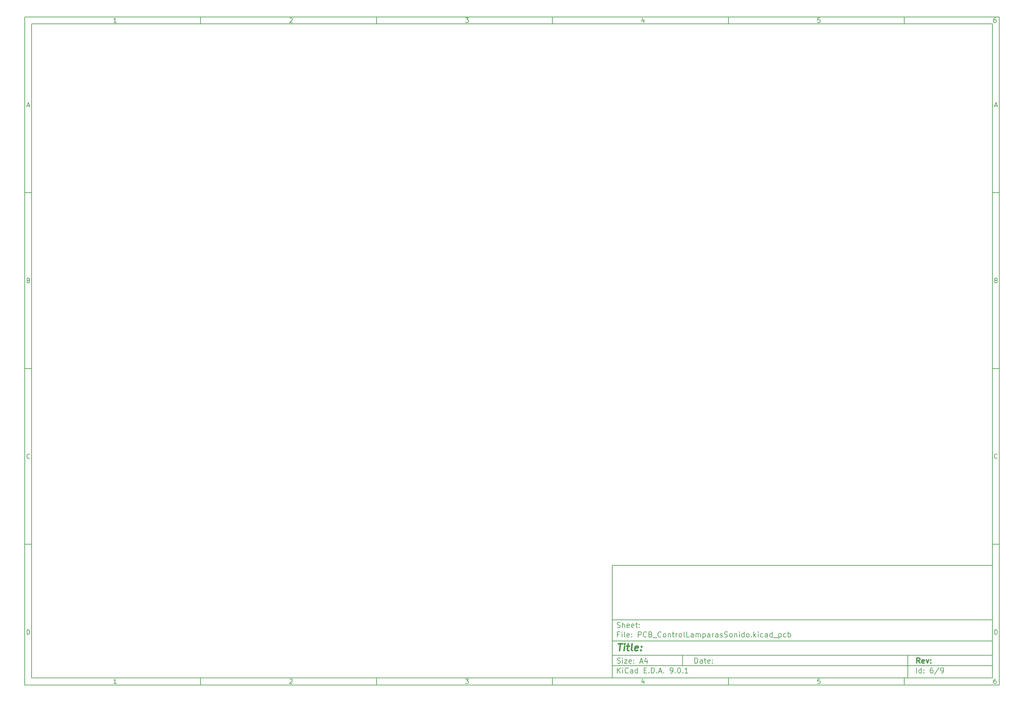
<source format=gbr>
%TF.GenerationSoftware,KiCad,Pcbnew,9.0.1*%
%TF.CreationDate,2025-04-21T16:50:23+01:00*%
%TF.ProjectId,PCB_ControlLamparasSonido,5043425f-436f-46e7-9472-6f6c4c616d70,rev?*%
%TF.SameCoordinates,Original*%
%TF.FileFunction,Legend,Bot*%
%TF.FilePolarity,Positive*%
%FSLAX46Y46*%
G04 Gerber Fmt 4.6, Leading zero omitted, Abs format (unit mm)*
G04 Created by KiCad (PCBNEW 9.0.1) date 2025-04-21 16:50:23*
%MOMM*%
%LPD*%
G01*
G04 APERTURE LIST*
%ADD10C,0.100000*%
%ADD11C,0.150000*%
%ADD12C,0.300000*%
%ADD13C,0.400000*%
G04 APERTURE END LIST*
D10*
D11*
X177002200Y-166007200D02*
X285002200Y-166007200D01*
X285002200Y-198007200D01*
X177002200Y-198007200D01*
X177002200Y-166007200D01*
D10*
D11*
X10000000Y-10000000D02*
X287002200Y-10000000D01*
X287002200Y-200007200D01*
X10000000Y-200007200D01*
X10000000Y-10000000D01*
D10*
D11*
X12000000Y-12000000D02*
X285002200Y-12000000D01*
X285002200Y-198007200D01*
X12000000Y-198007200D01*
X12000000Y-12000000D01*
D10*
D11*
X60000000Y-12000000D02*
X60000000Y-10000000D01*
D10*
D11*
X110000000Y-12000000D02*
X110000000Y-10000000D01*
D10*
D11*
X160000000Y-12000000D02*
X160000000Y-10000000D01*
D10*
D11*
X210000000Y-12000000D02*
X210000000Y-10000000D01*
D10*
D11*
X260000000Y-12000000D02*
X260000000Y-10000000D01*
D10*
D11*
X36089160Y-11593604D02*
X35346303Y-11593604D01*
X35717731Y-11593604D02*
X35717731Y-10293604D01*
X35717731Y-10293604D02*
X35593922Y-10479319D01*
X35593922Y-10479319D02*
X35470112Y-10603128D01*
X35470112Y-10603128D02*
X35346303Y-10665033D01*
D10*
D11*
X85346303Y-10417414D02*
X85408207Y-10355509D01*
X85408207Y-10355509D02*
X85532017Y-10293604D01*
X85532017Y-10293604D02*
X85841541Y-10293604D01*
X85841541Y-10293604D02*
X85965350Y-10355509D01*
X85965350Y-10355509D02*
X86027255Y-10417414D01*
X86027255Y-10417414D02*
X86089160Y-10541223D01*
X86089160Y-10541223D02*
X86089160Y-10665033D01*
X86089160Y-10665033D02*
X86027255Y-10850747D01*
X86027255Y-10850747D02*
X85284398Y-11593604D01*
X85284398Y-11593604D02*
X86089160Y-11593604D01*
D10*
D11*
X135284398Y-10293604D02*
X136089160Y-10293604D01*
X136089160Y-10293604D02*
X135655826Y-10788842D01*
X135655826Y-10788842D02*
X135841541Y-10788842D01*
X135841541Y-10788842D02*
X135965350Y-10850747D01*
X135965350Y-10850747D02*
X136027255Y-10912652D01*
X136027255Y-10912652D02*
X136089160Y-11036461D01*
X136089160Y-11036461D02*
X136089160Y-11345985D01*
X136089160Y-11345985D02*
X136027255Y-11469795D01*
X136027255Y-11469795D02*
X135965350Y-11531700D01*
X135965350Y-11531700D02*
X135841541Y-11593604D01*
X135841541Y-11593604D02*
X135470112Y-11593604D01*
X135470112Y-11593604D02*
X135346303Y-11531700D01*
X135346303Y-11531700D02*
X135284398Y-11469795D01*
D10*
D11*
X185965350Y-10726938D02*
X185965350Y-11593604D01*
X185655826Y-10231700D02*
X185346303Y-11160271D01*
X185346303Y-11160271D02*
X186151064Y-11160271D01*
D10*
D11*
X236027255Y-10293604D02*
X235408207Y-10293604D01*
X235408207Y-10293604D02*
X235346303Y-10912652D01*
X235346303Y-10912652D02*
X235408207Y-10850747D01*
X235408207Y-10850747D02*
X235532017Y-10788842D01*
X235532017Y-10788842D02*
X235841541Y-10788842D01*
X235841541Y-10788842D02*
X235965350Y-10850747D01*
X235965350Y-10850747D02*
X236027255Y-10912652D01*
X236027255Y-10912652D02*
X236089160Y-11036461D01*
X236089160Y-11036461D02*
X236089160Y-11345985D01*
X236089160Y-11345985D02*
X236027255Y-11469795D01*
X236027255Y-11469795D02*
X235965350Y-11531700D01*
X235965350Y-11531700D02*
X235841541Y-11593604D01*
X235841541Y-11593604D02*
X235532017Y-11593604D01*
X235532017Y-11593604D02*
X235408207Y-11531700D01*
X235408207Y-11531700D02*
X235346303Y-11469795D01*
D10*
D11*
X285965350Y-10293604D02*
X285717731Y-10293604D01*
X285717731Y-10293604D02*
X285593922Y-10355509D01*
X285593922Y-10355509D02*
X285532017Y-10417414D01*
X285532017Y-10417414D02*
X285408207Y-10603128D01*
X285408207Y-10603128D02*
X285346303Y-10850747D01*
X285346303Y-10850747D02*
X285346303Y-11345985D01*
X285346303Y-11345985D02*
X285408207Y-11469795D01*
X285408207Y-11469795D02*
X285470112Y-11531700D01*
X285470112Y-11531700D02*
X285593922Y-11593604D01*
X285593922Y-11593604D02*
X285841541Y-11593604D01*
X285841541Y-11593604D02*
X285965350Y-11531700D01*
X285965350Y-11531700D02*
X286027255Y-11469795D01*
X286027255Y-11469795D02*
X286089160Y-11345985D01*
X286089160Y-11345985D02*
X286089160Y-11036461D01*
X286089160Y-11036461D02*
X286027255Y-10912652D01*
X286027255Y-10912652D02*
X285965350Y-10850747D01*
X285965350Y-10850747D02*
X285841541Y-10788842D01*
X285841541Y-10788842D02*
X285593922Y-10788842D01*
X285593922Y-10788842D02*
X285470112Y-10850747D01*
X285470112Y-10850747D02*
X285408207Y-10912652D01*
X285408207Y-10912652D02*
X285346303Y-11036461D01*
D10*
D11*
X60000000Y-198007200D02*
X60000000Y-200007200D01*
D10*
D11*
X110000000Y-198007200D02*
X110000000Y-200007200D01*
D10*
D11*
X160000000Y-198007200D02*
X160000000Y-200007200D01*
D10*
D11*
X210000000Y-198007200D02*
X210000000Y-200007200D01*
D10*
D11*
X260000000Y-198007200D02*
X260000000Y-200007200D01*
D10*
D11*
X36089160Y-199600804D02*
X35346303Y-199600804D01*
X35717731Y-199600804D02*
X35717731Y-198300804D01*
X35717731Y-198300804D02*
X35593922Y-198486519D01*
X35593922Y-198486519D02*
X35470112Y-198610328D01*
X35470112Y-198610328D02*
X35346303Y-198672233D01*
D10*
D11*
X85346303Y-198424614D02*
X85408207Y-198362709D01*
X85408207Y-198362709D02*
X85532017Y-198300804D01*
X85532017Y-198300804D02*
X85841541Y-198300804D01*
X85841541Y-198300804D02*
X85965350Y-198362709D01*
X85965350Y-198362709D02*
X86027255Y-198424614D01*
X86027255Y-198424614D02*
X86089160Y-198548423D01*
X86089160Y-198548423D02*
X86089160Y-198672233D01*
X86089160Y-198672233D02*
X86027255Y-198857947D01*
X86027255Y-198857947D02*
X85284398Y-199600804D01*
X85284398Y-199600804D02*
X86089160Y-199600804D01*
D10*
D11*
X135284398Y-198300804D02*
X136089160Y-198300804D01*
X136089160Y-198300804D02*
X135655826Y-198796042D01*
X135655826Y-198796042D02*
X135841541Y-198796042D01*
X135841541Y-198796042D02*
X135965350Y-198857947D01*
X135965350Y-198857947D02*
X136027255Y-198919852D01*
X136027255Y-198919852D02*
X136089160Y-199043661D01*
X136089160Y-199043661D02*
X136089160Y-199353185D01*
X136089160Y-199353185D02*
X136027255Y-199476995D01*
X136027255Y-199476995D02*
X135965350Y-199538900D01*
X135965350Y-199538900D02*
X135841541Y-199600804D01*
X135841541Y-199600804D02*
X135470112Y-199600804D01*
X135470112Y-199600804D02*
X135346303Y-199538900D01*
X135346303Y-199538900D02*
X135284398Y-199476995D01*
D10*
D11*
X185965350Y-198734138D02*
X185965350Y-199600804D01*
X185655826Y-198238900D02*
X185346303Y-199167471D01*
X185346303Y-199167471D02*
X186151064Y-199167471D01*
D10*
D11*
X236027255Y-198300804D02*
X235408207Y-198300804D01*
X235408207Y-198300804D02*
X235346303Y-198919852D01*
X235346303Y-198919852D02*
X235408207Y-198857947D01*
X235408207Y-198857947D02*
X235532017Y-198796042D01*
X235532017Y-198796042D02*
X235841541Y-198796042D01*
X235841541Y-198796042D02*
X235965350Y-198857947D01*
X235965350Y-198857947D02*
X236027255Y-198919852D01*
X236027255Y-198919852D02*
X236089160Y-199043661D01*
X236089160Y-199043661D02*
X236089160Y-199353185D01*
X236089160Y-199353185D02*
X236027255Y-199476995D01*
X236027255Y-199476995D02*
X235965350Y-199538900D01*
X235965350Y-199538900D02*
X235841541Y-199600804D01*
X235841541Y-199600804D02*
X235532017Y-199600804D01*
X235532017Y-199600804D02*
X235408207Y-199538900D01*
X235408207Y-199538900D02*
X235346303Y-199476995D01*
D10*
D11*
X285965350Y-198300804D02*
X285717731Y-198300804D01*
X285717731Y-198300804D02*
X285593922Y-198362709D01*
X285593922Y-198362709D02*
X285532017Y-198424614D01*
X285532017Y-198424614D02*
X285408207Y-198610328D01*
X285408207Y-198610328D02*
X285346303Y-198857947D01*
X285346303Y-198857947D02*
X285346303Y-199353185D01*
X285346303Y-199353185D02*
X285408207Y-199476995D01*
X285408207Y-199476995D02*
X285470112Y-199538900D01*
X285470112Y-199538900D02*
X285593922Y-199600804D01*
X285593922Y-199600804D02*
X285841541Y-199600804D01*
X285841541Y-199600804D02*
X285965350Y-199538900D01*
X285965350Y-199538900D02*
X286027255Y-199476995D01*
X286027255Y-199476995D02*
X286089160Y-199353185D01*
X286089160Y-199353185D02*
X286089160Y-199043661D01*
X286089160Y-199043661D02*
X286027255Y-198919852D01*
X286027255Y-198919852D02*
X285965350Y-198857947D01*
X285965350Y-198857947D02*
X285841541Y-198796042D01*
X285841541Y-198796042D02*
X285593922Y-198796042D01*
X285593922Y-198796042D02*
X285470112Y-198857947D01*
X285470112Y-198857947D02*
X285408207Y-198919852D01*
X285408207Y-198919852D02*
X285346303Y-199043661D01*
D10*
D11*
X10000000Y-60000000D02*
X12000000Y-60000000D01*
D10*
D11*
X10000000Y-110000000D02*
X12000000Y-110000000D01*
D10*
D11*
X10000000Y-160000000D02*
X12000000Y-160000000D01*
D10*
D11*
X10690476Y-35222176D02*
X11309523Y-35222176D01*
X10566666Y-35593604D02*
X10999999Y-34293604D01*
X10999999Y-34293604D02*
X11433333Y-35593604D01*
D10*
D11*
X11092857Y-84912652D02*
X11278571Y-84974557D01*
X11278571Y-84974557D02*
X11340476Y-85036461D01*
X11340476Y-85036461D02*
X11402380Y-85160271D01*
X11402380Y-85160271D02*
X11402380Y-85345985D01*
X11402380Y-85345985D02*
X11340476Y-85469795D01*
X11340476Y-85469795D02*
X11278571Y-85531700D01*
X11278571Y-85531700D02*
X11154761Y-85593604D01*
X11154761Y-85593604D02*
X10659523Y-85593604D01*
X10659523Y-85593604D02*
X10659523Y-84293604D01*
X10659523Y-84293604D02*
X11092857Y-84293604D01*
X11092857Y-84293604D02*
X11216666Y-84355509D01*
X11216666Y-84355509D02*
X11278571Y-84417414D01*
X11278571Y-84417414D02*
X11340476Y-84541223D01*
X11340476Y-84541223D02*
X11340476Y-84665033D01*
X11340476Y-84665033D02*
X11278571Y-84788842D01*
X11278571Y-84788842D02*
X11216666Y-84850747D01*
X11216666Y-84850747D02*
X11092857Y-84912652D01*
X11092857Y-84912652D02*
X10659523Y-84912652D01*
D10*
D11*
X11402380Y-135469795D02*
X11340476Y-135531700D01*
X11340476Y-135531700D02*
X11154761Y-135593604D01*
X11154761Y-135593604D02*
X11030952Y-135593604D01*
X11030952Y-135593604D02*
X10845238Y-135531700D01*
X10845238Y-135531700D02*
X10721428Y-135407890D01*
X10721428Y-135407890D02*
X10659523Y-135284080D01*
X10659523Y-135284080D02*
X10597619Y-135036461D01*
X10597619Y-135036461D02*
X10597619Y-134850747D01*
X10597619Y-134850747D02*
X10659523Y-134603128D01*
X10659523Y-134603128D02*
X10721428Y-134479319D01*
X10721428Y-134479319D02*
X10845238Y-134355509D01*
X10845238Y-134355509D02*
X11030952Y-134293604D01*
X11030952Y-134293604D02*
X11154761Y-134293604D01*
X11154761Y-134293604D02*
X11340476Y-134355509D01*
X11340476Y-134355509D02*
X11402380Y-134417414D01*
D10*
D11*
X10659523Y-185593604D02*
X10659523Y-184293604D01*
X10659523Y-184293604D02*
X10969047Y-184293604D01*
X10969047Y-184293604D02*
X11154761Y-184355509D01*
X11154761Y-184355509D02*
X11278571Y-184479319D01*
X11278571Y-184479319D02*
X11340476Y-184603128D01*
X11340476Y-184603128D02*
X11402380Y-184850747D01*
X11402380Y-184850747D02*
X11402380Y-185036461D01*
X11402380Y-185036461D02*
X11340476Y-185284080D01*
X11340476Y-185284080D02*
X11278571Y-185407890D01*
X11278571Y-185407890D02*
X11154761Y-185531700D01*
X11154761Y-185531700D02*
X10969047Y-185593604D01*
X10969047Y-185593604D02*
X10659523Y-185593604D01*
D10*
D11*
X287002200Y-60000000D02*
X285002200Y-60000000D01*
D10*
D11*
X287002200Y-110000000D02*
X285002200Y-110000000D01*
D10*
D11*
X287002200Y-160000000D02*
X285002200Y-160000000D01*
D10*
D11*
X285692676Y-35222176D02*
X286311723Y-35222176D01*
X285568866Y-35593604D02*
X286002199Y-34293604D01*
X286002199Y-34293604D02*
X286435533Y-35593604D01*
D10*
D11*
X286095057Y-84912652D02*
X286280771Y-84974557D01*
X286280771Y-84974557D02*
X286342676Y-85036461D01*
X286342676Y-85036461D02*
X286404580Y-85160271D01*
X286404580Y-85160271D02*
X286404580Y-85345985D01*
X286404580Y-85345985D02*
X286342676Y-85469795D01*
X286342676Y-85469795D02*
X286280771Y-85531700D01*
X286280771Y-85531700D02*
X286156961Y-85593604D01*
X286156961Y-85593604D02*
X285661723Y-85593604D01*
X285661723Y-85593604D02*
X285661723Y-84293604D01*
X285661723Y-84293604D02*
X286095057Y-84293604D01*
X286095057Y-84293604D02*
X286218866Y-84355509D01*
X286218866Y-84355509D02*
X286280771Y-84417414D01*
X286280771Y-84417414D02*
X286342676Y-84541223D01*
X286342676Y-84541223D02*
X286342676Y-84665033D01*
X286342676Y-84665033D02*
X286280771Y-84788842D01*
X286280771Y-84788842D02*
X286218866Y-84850747D01*
X286218866Y-84850747D02*
X286095057Y-84912652D01*
X286095057Y-84912652D02*
X285661723Y-84912652D01*
D10*
D11*
X286404580Y-135469795D02*
X286342676Y-135531700D01*
X286342676Y-135531700D02*
X286156961Y-135593604D01*
X286156961Y-135593604D02*
X286033152Y-135593604D01*
X286033152Y-135593604D02*
X285847438Y-135531700D01*
X285847438Y-135531700D02*
X285723628Y-135407890D01*
X285723628Y-135407890D02*
X285661723Y-135284080D01*
X285661723Y-135284080D02*
X285599819Y-135036461D01*
X285599819Y-135036461D02*
X285599819Y-134850747D01*
X285599819Y-134850747D02*
X285661723Y-134603128D01*
X285661723Y-134603128D02*
X285723628Y-134479319D01*
X285723628Y-134479319D02*
X285847438Y-134355509D01*
X285847438Y-134355509D02*
X286033152Y-134293604D01*
X286033152Y-134293604D02*
X286156961Y-134293604D01*
X286156961Y-134293604D02*
X286342676Y-134355509D01*
X286342676Y-134355509D02*
X286404580Y-134417414D01*
D10*
D11*
X285661723Y-185593604D02*
X285661723Y-184293604D01*
X285661723Y-184293604D02*
X285971247Y-184293604D01*
X285971247Y-184293604D02*
X286156961Y-184355509D01*
X286156961Y-184355509D02*
X286280771Y-184479319D01*
X286280771Y-184479319D02*
X286342676Y-184603128D01*
X286342676Y-184603128D02*
X286404580Y-184850747D01*
X286404580Y-184850747D02*
X286404580Y-185036461D01*
X286404580Y-185036461D02*
X286342676Y-185284080D01*
X286342676Y-185284080D02*
X286280771Y-185407890D01*
X286280771Y-185407890D02*
X286156961Y-185531700D01*
X286156961Y-185531700D02*
X285971247Y-185593604D01*
X285971247Y-185593604D02*
X285661723Y-185593604D01*
D10*
D11*
X200458026Y-193793328D02*
X200458026Y-192293328D01*
X200458026Y-192293328D02*
X200815169Y-192293328D01*
X200815169Y-192293328D02*
X201029455Y-192364757D01*
X201029455Y-192364757D02*
X201172312Y-192507614D01*
X201172312Y-192507614D02*
X201243741Y-192650471D01*
X201243741Y-192650471D02*
X201315169Y-192936185D01*
X201315169Y-192936185D02*
X201315169Y-193150471D01*
X201315169Y-193150471D02*
X201243741Y-193436185D01*
X201243741Y-193436185D02*
X201172312Y-193579042D01*
X201172312Y-193579042D02*
X201029455Y-193721900D01*
X201029455Y-193721900D02*
X200815169Y-193793328D01*
X200815169Y-193793328D02*
X200458026Y-193793328D01*
X202600884Y-193793328D02*
X202600884Y-193007614D01*
X202600884Y-193007614D02*
X202529455Y-192864757D01*
X202529455Y-192864757D02*
X202386598Y-192793328D01*
X202386598Y-192793328D02*
X202100884Y-192793328D01*
X202100884Y-192793328D02*
X201958026Y-192864757D01*
X202600884Y-193721900D02*
X202458026Y-193793328D01*
X202458026Y-193793328D02*
X202100884Y-193793328D01*
X202100884Y-193793328D02*
X201958026Y-193721900D01*
X201958026Y-193721900D02*
X201886598Y-193579042D01*
X201886598Y-193579042D02*
X201886598Y-193436185D01*
X201886598Y-193436185D02*
X201958026Y-193293328D01*
X201958026Y-193293328D02*
X202100884Y-193221900D01*
X202100884Y-193221900D02*
X202458026Y-193221900D01*
X202458026Y-193221900D02*
X202600884Y-193150471D01*
X203100884Y-192793328D02*
X203672312Y-192793328D01*
X203315169Y-192293328D02*
X203315169Y-193579042D01*
X203315169Y-193579042D02*
X203386598Y-193721900D01*
X203386598Y-193721900D02*
X203529455Y-193793328D01*
X203529455Y-193793328D02*
X203672312Y-193793328D01*
X204743741Y-193721900D02*
X204600884Y-193793328D01*
X204600884Y-193793328D02*
X204315170Y-193793328D01*
X204315170Y-193793328D02*
X204172312Y-193721900D01*
X204172312Y-193721900D02*
X204100884Y-193579042D01*
X204100884Y-193579042D02*
X204100884Y-193007614D01*
X204100884Y-193007614D02*
X204172312Y-192864757D01*
X204172312Y-192864757D02*
X204315170Y-192793328D01*
X204315170Y-192793328D02*
X204600884Y-192793328D01*
X204600884Y-192793328D02*
X204743741Y-192864757D01*
X204743741Y-192864757D02*
X204815170Y-193007614D01*
X204815170Y-193007614D02*
X204815170Y-193150471D01*
X204815170Y-193150471D02*
X204100884Y-193293328D01*
X205458026Y-193650471D02*
X205529455Y-193721900D01*
X205529455Y-193721900D02*
X205458026Y-193793328D01*
X205458026Y-193793328D02*
X205386598Y-193721900D01*
X205386598Y-193721900D02*
X205458026Y-193650471D01*
X205458026Y-193650471D02*
X205458026Y-193793328D01*
X205458026Y-192864757D02*
X205529455Y-192936185D01*
X205529455Y-192936185D02*
X205458026Y-193007614D01*
X205458026Y-193007614D02*
X205386598Y-192936185D01*
X205386598Y-192936185D02*
X205458026Y-192864757D01*
X205458026Y-192864757D02*
X205458026Y-193007614D01*
D10*
D11*
X177002200Y-194507200D02*
X285002200Y-194507200D01*
D10*
D11*
X178458026Y-196593328D02*
X178458026Y-195093328D01*
X179315169Y-196593328D02*
X178672312Y-195736185D01*
X179315169Y-195093328D02*
X178458026Y-195950471D01*
X179958026Y-196593328D02*
X179958026Y-195593328D01*
X179958026Y-195093328D02*
X179886598Y-195164757D01*
X179886598Y-195164757D02*
X179958026Y-195236185D01*
X179958026Y-195236185D02*
X180029455Y-195164757D01*
X180029455Y-195164757D02*
X179958026Y-195093328D01*
X179958026Y-195093328D02*
X179958026Y-195236185D01*
X181529455Y-196450471D02*
X181458027Y-196521900D01*
X181458027Y-196521900D02*
X181243741Y-196593328D01*
X181243741Y-196593328D02*
X181100884Y-196593328D01*
X181100884Y-196593328D02*
X180886598Y-196521900D01*
X180886598Y-196521900D02*
X180743741Y-196379042D01*
X180743741Y-196379042D02*
X180672312Y-196236185D01*
X180672312Y-196236185D02*
X180600884Y-195950471D01*
X180600884Y-195950471D02*
X180600884Y-195736185D01*
X180600884Y-195736185D02*
X180672312Y-195450471D01*
X180672312Y-195450471D02*
X180743741Y-195307614D01*
X180743741Y-195307614D02*
X180886598Y-195164757D01*
X180886598Y-195164757D02*
X181100884Y-195093328D01*
X181100884Y-195093328D02*
X181243741Y-195093328D01*
X181243741Y-195093328D02*
X181458027Y-195164757D01*
X181458027Y-195164757D02*
X181529455Y-195236185D01*
X182815170Y-196593328D02*
X182815170Y-195807614D01*
X182815170Y-195807614D02*
X182743741Y-195664757D01*
X182743741Y-195664757D02*
X182600884Y-195593328D01*
X182600884Y-195593328D02*
X182315170Y-195593328D01*
X182315170Y-195593328D02*
X182172312Y-195664757D01*
X182815170Y-196521900D02*
X182672312Y-196593328D01*
X182672312Y-196593328D02*
X182315170Y-196593328D01*
X182315170Y-196593328D02*
X182172312Y-196521900D01*
X182172312Y-196521900D02*
X182100884Y-196379042D01*
X182100884Y-196379042D02*
X182100884Y-196236185D01*
X182100884Y-196236185D02*
X182172312Y-196093328D01*
X182172312Y-196093328D02*
X182315170Y-196021900D01*
X182315170Y-196021900D02*
X182672312Y-196021900D01*
X182672312Y-196021900D02*
X182815170Y-195950471D01*
X184172313Y-196593328D02*
X184172313Y-195093328D01*
X184172313Y-196521900D02*
X184029455Y-196593328D01*
X184029455Y-196593328D02*
X183743741Y-196593328D01*
X183743741Y-196593328D02*
X183600884Y-196521900D01*
X183600884Y-196521900D02*
X183529455Y-196450471D01*
X183529455Y-196450471D02*
X183458027Y-196307614D01*
X183458027Y-196307614D02*
X183458027Y-195879042D01*
X183458027Y-195879042D02*
X183529455Y-195736185D01*
X183529455Y-195736185D02*
X183600884Y-195664757D01*
X183600884Y-195664757D02*
X183743741Y-195593328D01*
X183743741Y-195593328D02*
X184029455Y-195593328D01*
X184029455Y-195593328D02*
X184172313Y-195664757D01*
X186029455Y-195807614D02*
X186529455Y-195807614D01*
X186743741Y-196593328D02*
X186029455Y-196593328D01*
X186029455Y-196593328D02*
X186029455Y-195093328D01*
X186029455Y-195093328D02*
X186743741Y-195093328D01*
X187386598Y-196450471D02*
X187458027Y-196521900D01*
X187458027Y-196521900D02*
X187386598Y-196593328D01*
X187386598Y-196593328D02*
X187315170Y-196521900D01*
X187315170Y-196521900D02*
X187386598Y-196450471D01*
X187386598Y-196450471D02*
X187386598Y-196593328D01*
X188100884Y-196593328D02*
X188100884Y-195093328D01*
X188100884Y-195093328D02*
X188458027Y-195093328D01*
X188458027Y-195093328D02*
X188672313Y-195164757D01*
X188672313Y-195164757D02*
X188815170Y-195307614D01*
X188815170Y-195307614D02*
X188886599Y-195450471D01*
X188886599Y-195450471D02*
X188958027Y-195736185D01*
X188958027Y-195736185D02*
X188958027Y-195950471D01*
X188958027Y-195950471D02*
X188886599Y-196236185D01*
X188886599Y-196236185D02*
X188815170Y-196379042D01*
X188815170Y-196379042D02*
X188672313Y-196521900D01*
X188672313Y-196521900D02*
X188458027Y-196593328D01*
X188458027Y-196593328D02*
X188100884Y-196593328D01*
X189600884Y-196450471D02*
X189672313Y-196521900D01*
X189672313Y-196521900D02*
X189600884Y-196593328D01*
X189600884Y-196593328D02*
X189529456Y-196521900D01*
X189529456Y-196521900D02*
X189600884Y-196450471D01*
X189600884Y-196450471D02*
X189600884Y-196593328D01*
X190243742Y-196164757D02*
X190958028Y-196164757D01*
X190100885Y-196593328D02*
X190600885Y-195093328D01*
X190600885Y-195093328D02*
X191100885Y-196593328D01*
X191600884Y-196450471D02*
X191672313Y-196521900D01*
X191672313Y-196521900D02*
X191600884Y-196593328D01*
X191600884Y-196593328D02*
X191529456Y-196521900D01*
X191529456Y-196521900D02*
X191600884Y-196450471D01*
X191600884Y-196450471D02*
X191600884Y-196593328D01*
X193529456Y-196593328D02*
X193815170Y-196593328D01*
X193815170Y-196593328D02*
X193958027Y-196521900D01*
X193958027Y-196521900D02*
X194029456Y-196450471D01*
X194029456Y-196450471D02*
X194172313Y-196236185D01*
X194172313Y-196236185D02*
X194243742Y-195950471D01*
X194243742Y-195950471D02*
X194243742Y-195379042D01*
X194243742Y-195379042D02*
X194172313Y-195236185D01*
X194172313Y-195236185D02*
X194100885Y-195164757D01*
X194100885Y-195164757D02*
X193958027Y-195093328D01*
X193958027Y-195093328D02*
X193672313Y-195093328D01*
X193672313Y-195093328D02*
X193529456Y-195164757D01*
X193529456Y-195164757D02*
X193458027Y-195236185D01*
X193458027Y-195236185D02*
X193386599Y-195379042D01*
X193386599Y-195379042D02*
X193386599Y-195736185D01*
X193386599Y-195736185D02*
X193458027Y-195879042D01*
X193458027Y-195879042D02*
X193529456Y-195950471D01*
X193529456Y-195950471D02*
X193672313Y-196021900D01*
X193672313Y-196021900D02*
X193958027Y-196021900D01*
X193958027Y-196021900D02*
X194100885Y-195950471D01*
X194100885Y-195950471D02*
X194172313Y-195879042D01*
X194172313Y-195879042D02*
X194243742Y-195736185D01*
X194886598Y-196450471D02*
X194958027Y-196521900D01*
X194958027Y-196521900D02*
X194886598Y-196593328D01*
X194886598Y-196593328D02*
X194815170Y-196521900D01*
X194815170Y-196521900D02*
X194886598Y-196450471D01*
X194886598Y-196450471D02*
X194886598Y-196593328D01*
X195886599Y-195093328D02*
X196029456Y-195093328D01*
X196029456Y-195093328D02*
X196172313Y-195164757D01*
X196172313Y-195164757D02*
X196243742Y-195236185D01*
X196243742Y-195236185D02*
X196315170Y-195379042D01*
X196315170Y-195379042D02*
X196386599Y-195664757D01*
X196386599Y-195664757D02*
X196386599Y-196021900D01*
X196386599Y-196021900D02*
X196315170Y-196307614D01*
X196315170Y-196307614D02*
X196243742Y-196450471D01*
X196243742Y-196450471D02*
X196172313Y-196521900D01*
X196172313Y-196521900D02*
X196029456Y-196593328D01*
X196029456Y-196593328D02*
X195886599Y-196593328D01*
X195886599Y-196593328D02*
X195743742Y-196521900D01*
X195743742Y-196521900D02*
X195672313Y-196450471D01*
X195672313Y-196450471D02*
X195600884Y-196307614D01*
X195600884Y-196307614D02*
X195529456Y-196021900D01*
X195529456Y-196021900D02*
X195529456Y-195664757D01*
X195529456Y-195664757D02*
X195600884Y-195379042D01*
X195600884Y-195379042D02*
X195672313Y-195236185D01*
X195672313Y-195236185D02*
X195743742Y-195164757D01*
X195743742Y-195164757D02*
X195886599Y-195093328D01*
X197029455Y-196450471D02*
X197100884Y-196521900D01*
X197100884Y-196521900D02*
X197029455Y-196593328D01*
X197029455Y-196593328D02*
X196958027Y-196521900D01*
X196958027Y-196521900D02*
X197029455Y-196450471D01*
X197029455Y-196450471D02*
X197029455Y-196593328D01*
X198529456Y-196593328D02*
X197672313Y-196593328D01*
X198100884Y-196593328D02*
X198100884Y-195093328D01*
X198100884Y-195093328D02*
X197958027Y-195307614D01*
X197958027Y-195307614D02*
X197815170Y-195450471D01*
X197815170Y-195450471D02*
X197672313Y-195521900D01*
D10*
D11*
X177002200Y-191507200D02*
X285002200Y-191507200D01*
D10*
D12*
X264413853Y-193785528D02*
X263913853Y-193071242D01*
X263556710Y-193785528D02*
X263556710Y-192285528D01*
X263556710Y-192285528D02*
X264128139Y-192285528D01*
X264128139Y-192285528D02*
X264270996Y-192356957D01*
X264270996Y-192356957D02*
X264342425Y-192428385D01*
X264342425Y-192428385D02*
X264413853Y-192571242D01*
X264413853Y-192571242D02*
X264413853Y-192785528D01*
X264413853Y-192785528D02*
X264342425Y-192928385D01*
X264342425Y-192928385D02*
X264270996Y-192999814D01*
X264270996Y-192999814D02*
X264128139Y-193071242D01*
X264128139Y-193071242D02*
X263556710Y-193071242D01*
X265628139Y-193714100D02*
X265485282Y-193785528D01*
X265485282Y-193785528D02*
X265199568Y-193785528D01*
X265199568Y-193785528D02*
X265056710Y-193714100D01*
X265056710Y-193714100D02*
X264985282Y-193571242D01*
X264985282Y-193571242D02*
X264985282Y-192999814D01*
X264985282Y-192999814D02*
X265056710Y-192856957D01*
X265056710Y-192856957D02*
X265199568Y-192785528D01*
X265199568Y-192785528D02*
X265485282Y-192785528D01*
X265485282Y-192785528D02*
X265628139Y-192856957D01*
X265628139Y-192856957D02*
X265699568Y-192999814D01*
X265699568Y-192999814D02*
X265699568Y-193142671D01*
X265699568Y-193142671D02*
X264985282Y-193285528D01*
X266199567Y-192785528D02*
X266556710Y-193785528D01*
X266556710Y-193785528D02*
X266913853Y-192785528D01*
X267485281Y-193642671D02*
X267556710Y-193714100D01*
X267556710Y-193714100D02*
X267485281Y-193785528D01*
X267485281Y-193785528D02*
X267413853Y-193714100D01*
X267413853Y-193714100D02*
X267485281Y-193642671D01*
X267485281Y-193642671D02*
X267485281Y-193785528D01*
X267485281Y-192856957D02*
X267556710Y-192928385D01*
X267556710Y-192928385D02*
X267485281Y-192999814D01*
X267485281Y-192999814D02*
X267413853Y-192928385D01*
X267413853Y-192928385D02*
X267485281Y-192856957D01*
X267485281Y-192856957D02*
X267485281Y-192999814D01*
D10*
D11*
X178386598Y-193721900D02*
X178600884Y-193793328D01*
X178600884Y-193793328D02*
X178958026Y-193793328D01*
X178958026Y-193793328D02*
X179100884Y-193721900D01*
X179100884Y-193721900D02*
X179172312Y-193650471D01*
X179172312Y-193650471D02*
X179243741Y-193507614D01*
X179243741Y-193507614D02*
X179243741Y-193364757D01*
X179243741Y-193364757D02*
X179172312Y-193221900D01*
X179172312Y-193221900D02*
X179100884Y-193150471D01*
X179100884Y-193150471D02*
X178958026Y-193079042D01*
X178958026Y-193079042D02*
X178672312Y-193007614D01*
X178672312Y-193007614D02*
X178529455Y-192936185D01*
X178529455Y-192936185D02*
X178458026Y-192864757D01*
X178458026Y-192864757D02*
X178386598Y-192721900D01*
X178386598Y-192721900D02*
X178386598Y-192579042D01*
X178386598Y-192579042D02*
X178458026Y-192436185D01*
X178458026Y-192436185D02*
X178529455Y-192364757D01*
X178529455Y-192364757D02*
X178672312Y-192293328D01*
X178672312Y-192293328D02*
X179029455Y-192293328D01*
X179029455Y-192293328D02*
X179243741Y-192364757D01*
X179886597Y-193793328D02*
X179886597Y-192793328D01*
X179886597Y-192293328D02*
X179815169Y-192364757D01*
X179815169Y-192364757D02*
X179886597Y-192436185D01*
X179886597Y-192436185D02*
X179958026Y-192364757D01*
X179958026Y-192364757D02*
X179886597Y-192293328D01*
X179886597Y-192293328D02*
X179886597Y-192436185D01*
X180458026Y-192793328D02*
X181243741Y-192793328D01*
X181243741Y-192793328D02*
X180458026Y-193793328D01*
X180458026Y-193793328D02*
X181243741Y-193793328D01*
X182386598Y-193721900D02*
X182243741Y-193793328D01*
X182243741Y-193793328D02*
X181958027Y-193793328D01*
X181958027Y-193793328D02*
X181815169Y-193721900D01*
X181815169Y-193721900D02*
X181743741Y-193579042D01*
X181743741Y-193579042D02*
X181743741Y-193007614D01*
X181743741Y-193007614D02*
X181815169Y-192864757D01*
X181815169Y-192864757D02*
X181958027Y-192793328D01*
X181958027Y-192793328D02*
X182243741Y-192793328D01*
X182243741Y-192793328D02*
X182386598Y-192864757D01*
X182386598Y-192864757D02*
X182458027Y-193007614D01*
X182458027Y-193007614D02*
X182458027Y-193150471D01*
X182458027Y-193150471D02*
X181743741Y-193293328D01*
X183100883Y-193650471D02*
X183172312Y-193721900D01*
X183172312Y-193721900D02*
X183100883Y-193793328D01*
X183100883Y-193793328D02*
X183029455Y-193721900D01*
X183029455Y-193721900D02*
X183100883Y-193650471D01*
X183100883Y-193650471D02*
X183100883Y-193793328D01*
X183100883Y-192864757D02*
X183172312Y-192936185D01*
X183172312Y-192936185D02*
X183100883Y-193007614D01*
X183100883Y-193007614D02*
X183029455Y-192936185D01*
X183029455Y-192936185D02*
X183100883Y-192864757D01*
X183100883Y-192864757D02*
X183100883Y-193007614D01*
X184886598Y-193364757D02*
X185600884Y-193364757D01*
X184743741Y-193793328D02*
X185243741Y-192293328D01*
X185243741Y-192293328D02*
X185743741Y-193793328D01*
X186886598Y-192793328D02*
X186886598Y-193793328D01*
X186529455Y-192221900D02*
X186172312Y-193293328D01*
X186172312Y-193293328D02*
X187100883Y-193293328D01*
D10*
D11*
X263458026Y-196593328D02*
X263458026Y-195093328D01*
X264815170Y-196593328D02*
X264815170Y-195093328D01*
X264815170Y-196521900D02*
X264672312Y-196593328D01*
X264672312Y-196593328D02*
X264386598Y-196593328D01*
X264386598Y-196593328D02*
X264243741Y-196521900D01*
X264243741Y-196521900D02*
X264172312Y-196450471D01*
X264172312Y-196450471D02*
X264100884Y-196307614D01*
X264100884Y-196307614D02*
X264100884Y-195879042D01*
X264100884Y-195879042D02*
X264172312Y-195736185D01*
X264172312Y-195736185D02*
X264243741Y-195664757D01*
X264243741Y-195664757D02*
X264386598Y-195593328D01*
X264386598Y-195593328D02*
X264672312Y-195593328D01*
X264672312Y-195593328D02*
X264815170Y-195664757D01*
X265529455Y-196450471D02*
X265600884Y-196521900D01*
X265600884Y-196521900D02*
X265529455Y-196593328D01*
X265529455Y-196593328D02*
X265458027Y-196521900D01*
X265458027Y-196521900D02*
X265529455Y-196450471D01*
X265529455Y-196450471D02*
X265529455Y-196593328D01*
X265529455Y-195664757D02*
X265600884Y-195736185D01*
X265600884Y-195736185D02*
X265529455Y-195807614D01*
X265529455Y-195807614D02*
X265458027Y-195736185D01*
X265458027Y-195736185D02*
X265529455Y-195664757D01*
X265529455Y-195664757D02*
X265529455Y-195807614D01*
X268029456Y-195093328D02*
X267743741Y-195093328D01*
X267743741Y-195093328D02*
X267600884Y-195164757D01*
X267600884Y-195164757D02*
X267529456Y-195236185D01*
X267529456Y-195236185D02*
X267386598Y-195450471D01*
X267386598Y-195450471D02*
X267315170Y-195736185D01*
X267315170Y-195736185D02*
X267315170Y-196307614D01*
X267315170Y-196307614D02*
X267386598Y-196450471D01*
X267386598Y-196450471D02*
X267458027Y-196521900D01*
X267458027Y-196521900D02*
X267600884Y-196593328D01*
X267600884Y-196593328D02*
X267886598Y-196593328D01*
X267886598Y-196593328D02*
X268029456Y-196521900D01*
X268029456Y-196521900D02*
X268100884Y-196450471D01*
X268100884Y-196450471D02*
X268172313Y-196307614D01*
X268172313Y-196307614D02*
X268172313Y-195950471D01*
X268172313Y-195950471D02*
X268100884Y-195807614D01*
X268100884Y-195807614D02*
X268029456Y-195736185D01*
X268029456Y-195736185D02*
X267886598Y-195664757D01*
X267886598Y-195664757D02*
X267600884Y-195664757D01*
X267600884Y-195664757D02*
X267458027Y-195736185D01*
X267458027Y-195736185D02*
X267386598Y-195807614D01*
X267386598Y-195807614D02*
X267315170Y-195950471D01*
X269886598Y-195021900D02*
X268600884Y-196950471D01*
X270458027Y-196593328D02*
X270743741Y-196593328D01*
X270743741Y-196593328D02*
X270886598Y-196521900D01*
X270886598Y-196521900D02*
X270958027Y-196450471D01*
X270958027Y-196450471D02*
X271100884Y-196236185D01*
X271100884Y-196236185D02*
X271172313Y-195950471D01*
X271172313Y-195950471D02*
X271172313Y-195379042D01*
X271172313Y-195379042D02*
X271100884Y-195236185D01*
X271100884Y-195236185D02*
X271029456Y-195164757D01*
X271029456Y-195164757D02*
X270886598Y-195093328D01*
X270886598Y-195093328D02*
X270600884Y-195093328D01*
X270600884Y-195093328D02*
X270458027Y-195164757D01*
X270458027Y-195164757D02*
X270386598Y-195236185D01*
X270386598Y-195236185D02*
X270315170Y-195379042D01*
X270315170Y-195379042D02*
X270315170Y-195736185D01*
X270315170Y-195736185D02*
X270386598Y-195879042D01*
X270386598Y-195879042D02*
X270458027Y-195950471D01*
X270458027Y-195950471D02*
X270600884Y-196021900D01*
X270600884Y-196021900D02*
X270886598Y-196021900D01*
X270886598Y-196021900D02*
X271029456Y-195950471D01*
X271029456Y-195950471D02*
X271100884Y-195879042D01*
X271100884Y-195879042D02*
X271172313Y-195736185D01*
D10*
D11*
X177002200Y-187507200D02*
X285002200Y-187507200D01*
D10*
D13*
X178693928Y-188211638D02*
X179836785Y-188211638D01*
X179015357Y-190211638D02*
X179265357Y-188211638D01*
X180253452Y-190211638D02*
X180420119Y-188878304D01*
X180503452Y-188211638D02*
X180396309Y-188306876D01*
X180396309Y-188306876D02*
X180479643Y-188402114D01*
X180479643Y-188402114D02*
X180586786Y-188306876D01*
X180586786Y-188306876D02*
X180503452Y-188211638D01*
X180503452Y-188211638D02*
X180479643Y-188402114D01*
X181086786Y-188878304D02*
X181848690Y-188878304D01*
X181455833Y-188211638D02*
X181241548Y-189925923D01*
X181241548Y-189925923D02*
X181312976Y-190116400D01*
X181312976Y-190116400D02*
X181491548Y-190211638D01*
X181491548Y-190211638D02*
X181682024Y-190211638D01*
X182634405Y-190211638D02*
X182455833Y-190116400D01*
X182455833Y-190116400D02*
X182384405Y-189925923D01*
X182384405Y-189925923D02*
X182598690Y-188211638D01*
X184170119Y-190116400D02*
X183967738Y-190211638D01*
X183967738Y-190211638D02*
X183586785Y-190211638D01*
X183586785Y-190211638D02*
X183408214Y-190116400D01*
X183408214Y-190116400D02*
X183336785Y-189925923D01*
X183336785Y-189925923D02*
X183432024Y-189164019D01*
X183432024Y-189164019D02*
X183551071Y-188973542D01*
X183551071Y-188973542D02*
X183753452Y-188878304D01*
X183753452Y-188878304D02*
X184134404Y-188878304D01*
X184134404Y-188878304D02*
X184312976Y-188973542D01*
X184312976Y-188973542D02*
X184384404Y-189164019D01*
X184384404Y-189164019D02*
X184360595Y-189354495D01*
X184360595Y-189354495D02*
X183384404Y-189544971D01*
X185134405Y-190021161D02*
X185217738Y-190116400D01*
X185217738Y-190116400D02*
X185110595Y-190211638D01*
X185110595Y-190211638D02*
X185027262Y-190116400D01*
X185027262Y-190116400D02*
X185134405Y-190021161D01*
X185134405Y-190021161D02*
X185110595Y-190211638D01*
X185265357Y-188973542D02*
X185348690Y-189068780D01*
X185348690Y-189068780D02*
X185241548Y-189164019D01*
X185241548Y-189164019D02*
X185158214Y-189068780D01*
X185158214Y-189068780D02*
X185265357Y-188973542D01*
X185265357Y-188973542D02*
X185241548Y-189164019D01*
D10*
D11*
X178958026Y-185607614D02*
X178458026Y-185607614D01*
X178458026Y-186393328D02*
X178458026Y-184893328D01*
X178458026Y-184893328D02*
X179172312Y-184893328D01*
X179743740Y-186393328D02*
X179743740Y-185393328D01*
X179743740Y-184893328D02*
X179672312Y-184964757D01*
X179672312Y-184964757D02*
X179743740Y-185036185D01*
X179743740Y-185036185D02*
X179815169Y-184964757D01*
X179815169Y-184964757D02*
X179743740Y-184893328D01*
X179743740Y-184893328D02*
X179743740Y-185036185D01*
X180672312Y-186393328D02*
X180529455Y-186321900D01*
X180529455Y-186321900D02*
X180458026Y-186179042D01*
X180458026Y-186179042D02*
X180458026Y-184893328D01*
X181815169Y-186321900D02*
X181672312Y-186393328D01*
X181672312Y-186393328D02*
X181386598Y-186393328D01*
X181386598Y-186393328D02*
X181243740Y-186321900D01*
X181243740Y-186321900D02*
X181172312Y-186179042D01*
X181172312Y-186179042D02*
X181172312Y-185607614D01*
X181172312Y-185607614D02*
X181243740Y-185464757D01*
X181243740Y-185464757D02*
X181386598Y-185393328D01*
X181386598Y-185393328D02*
X181672312Y-185393328D01*
X181672312Y-185393328D02*
X181815169Y-185464757D01*
X181815169Y-185464757D02*
X181886598Y-185607614D01*
X181886598Y-185607614D02*
X181886598Y-185750471D01*
X181886598Y-185750471D02*
X181172312Y-185893328D01*
X182529454Y-186250471D02*
X182600883Y-186321900D01*
X182600883Y-186321900D02*
X182529454Y-186393328D01*
X182529454Y-186393328D02*
X182458026Y-186321900D01*
X182458026Y-186321900D02*
X182529454Y-186250471D01*
X182529454Y-186250471D02*
X182529454Y-186393328D01*
X182529454Y-185464757D02*
X182600883Y-185536185D01*
X182600883Y-185536185D02*
X182529454Y-185607614D01*
X182529454Y-185607614D02*
X182458026Y-185536185D01*
X182458026Y-185536185D02*
X182529454Y-185464757D01*
X182529454Y-185464757D02*
X182529454Y-185607614D01*
X184386597Y-186393328D02*
X184386597Y-184893328D01*
X184386597Y-184893328D02*
X184958026Y-184893328D01*
X184958026Y-184893328D02*
X185100883Y-184964757D01*
X185100883Y-184964757D02*
X185172312Y-185036185D01*
X185172312Y-185036185D02*
X185243740Y-185179042D01*
X185243740Y-185179042D02*
X185243740Y-185393328D01*
X185243740Y-185393328D02*
X185172312Y-185536185D01*
X185172312Y-185536185D02*
X185100883Y-185607614D01*
X185100883Y-185607614D02*
X184958026Y-185679042D01*
X184958026Y-185679042D02*
X184386597Y-185679042D01*
X186743740Y-186250471D02*
X186672312Y-186321900D01*
X186672312Y-186321900D02*
X186458026Y-186393328D01*
X186458026Y-186393328D02*
X186315169Y-186393328D01*
X186315169Y-186393328D02*
X186100883Y-186321900D01*
X186100883Y-186321900D02*
X185958026Y-186179042D01*
X185958026Y-186179042D02*
X185886597Y-186036185D01*
X185886597Y-186036185D02*
X185815169Y-185750471D01*
X185815169Y-185750471D02*
X185815169Y-185536185D01*
X185815169Y-185536185D02*
X185886597Y-185250471D01*
X185886597Y-185250471D02*
X185958026Y-185107614D01*
X185958026Y-185107614D02*
X186100883Y-184964757D01*
X186100883Y-184964757D02*
X186315169Y-184893328D01*
X186315169Y-184893328D02*
X186458026Y-184893328D01*
X186458026Y-184893328D02*
X186672312Y-184964757D01*
X186672312Y-184964757D02*
X186743740Y-185036185D01*
X187886597Y-185607614D02*
X188100883Y-185679042D01*
X188100883Y-185679042D02*
X188172312Y-185750471D01*
X188172312Y-185750471D02*
X188243740Y-185893328D01*
X188243740Y-185893328D02*
X188243740Y-186107614D01*
X188243740Y-186107614D02*
X188172312Y-186250471D01*
X188172312Y-186250471D02*
X188100883Y-186321900D01*
X188100883Y-186321900D02*
X187958026Y-186393328D01*
X187958026Y-186393328D02*
X187386597Y-186393328D01*
X187386597Y-186393328D02*
X187386597Y-184893328D01*
X187386597Y-184893328D02*
X187886597Y-184893328D01*
X187886597Y-184893328D02*
X188029455Y-184964757D01*
X188029455Y-184964757D02*
X188100883Y-185036185D01*
X188100883Y-185036185D02*
X188172312Y-185179042D01*
X188172312Y-185179042D02*
X188172312Y-185321900D01*
X188172312Y-185321900D02*
X188100883Y-185464757D01*
X188100883Y-185464757D02*
X188029455Y-185536185D01*
X188029455Y-185536185D02*
X187886597Y-185607614D01*
X187886597Y-185607614D02*
X187386597Y-185607614D01*
X188529455Y-186536185D02*
X189672312Y-186536185D01*
X190886597Y-186250471D02*
X190815169Y-186321900D01*
X190815169Y-186321900D02*
X190600883Y-186393328D01*
X190600883Y-186393328D02*
X190458026Y-186393328D01*
X190458026Y-186393328D02*
X190243740Y-186321900D01*
X190243740Y-186321900D02*
X190100883Y-186179042D01*
X190100883Y-186179042D02*
X190029454Y-186036185D01*
X190029454Y-186036185D02*
X189958026Y-185750471D01*
X189958026Y-185750471D02*
X189958026Y-185536185D01*
X189958026Y-185536185D02*
X190029454Y-185250471D01*
X190029454Y-185250471D02*
X190100883Y-185107614D01*
X190100883Y-185107614D02*
X190243740Y-184964757D01*
X190243740Y-184964757D02*
X190458026Y-184893328D01*
X190458026Y-184893328D02*
X190600883Y-184893328D01*
X190600883Y-184893328D02*
X190815169Y-184964757D01*
X190815169Y-184964757D02*
X190886597Y-185036185D01*
X191743740Y-186393328D02*
X191600883Y-186321900D01*
X191600883Y-186321900D02*
X191529454Y-186250471D01*
X191529454Y-186250471D02*
X191458026Y-186107614D01*
X191458026Y-186107614D02*
X191458026Y-185679042D01*
X191458026Y-185679042D02*
X191529454Y-185536185D01*
X191529454Y-185536185D02*
X191600883Y-185464757D01*
X191600883Y-185464757D02*
X191743740Y-185393328D01*
X191743740Y-185393328D02*
X191958026Y-185393328D01*
X191958026Y-185393328D02*
X192100883Y-185464757D01*
X192100883Y-185464757D02*
X192172312Y-185536185D01*
X192172312Y-185536185D02*
X192243740Y-185679042D01*
X192243740Y-185679042D02*
X192243740Y-186107614D01*
X192243740Y-186107614D02*
X192172312Y-186250471D01*
X192172312Y-186250471D02*
X192100883Y-186321900D01*
X192100883Y-186321900D02*
X191958026Y-186393328D01*
X191958026Y-186393328D02*
X191743740Y-186393328D01*
X192886597Y-185393328D02*
X192886597Y-186393328D01*
X192886597Y-185536185D02*
X192958026Y-185464757D01*
X192958026Y-185464757D02*
X193100883Y-185393328D01*
X193100883Y-185393328D02*
X193315169Y-185393328D01*
X193315169Y-185393328D02*
X193458026Y-185464757D01*
X193458026Y-185464757D02*
X193529455Y-185607614D01*
X193529455Y-185607614D02*
X193529455Y-186393328D01*
X194029455Y-185393328D02*
X194600883Y-185393328D01*
X194243740Y-184893328D02*
X194243740Y-186179042D01*
X194243740Y-186179042D02*
X194315169Y-186321900D01*
X194315169Y-186321900D02*
X194458026Y-186393328D01*
X194458026Y-186393328D02*
X194600883Y-186393328D01*
X195100883Y-186393328D02*
X195100883Y-185393328D01*
X195100883Y-185679042D02*
X195172312Y-185536185D01*
X195172312Y-185536185D02*
X195243741Y-185464757D01*
X195243741Y-185464757D02*
X195386598Y-185393328D01*
X195386598Y-185393328D02*
X195529455Y-185393328D01*
X196243740Y-186393328D02*
X196100883Y-186321900D01*
X196100883Y-186321900D02*
X196029454Y-186250471D01*
X196029454Y-186250471D02*
X195958026Y-186107614D01*
X195958026Y-186107614D02*
X195958026Y-185679042D01*
X195958026Y-185679042D02*
X196029454Y-185536185D01*
X196029454Y-185536185D02*
X196100883Y-185464757D01*
X196100883Y-185464757D02*
X196243740Y-185393328D01*
X196243740Y-185393328D02*
X196458026Y-185393328D01*
X196458026Y-185393328D02*
X196600883Y-185464757D01*
X196600883Y-185464757D02*
X196672312Y-185536185D01*
X196672312Y-185536185D02*
X196743740Y-185679042D01*
X196743740Y-185679042D02*
X196743740Y-186107614D01*
X196743740Y-186107614D02*
X196672312Y-186250471D01*
X196672312Y-186250471D02*
X196600883Y-186321900D01*
X196600883Y-186321900D02*
X196458026Y-186393328D01*
X196458026Y-186393328D02*
X196243740Y-186393328D01*
X197600883Y-186393328D02*
X197458026Y-186321900D01*
X197458026Y-186321900D02*
X197386597Y-186179042D01*
X197386597Y-186179042D02*
X197386597Y-184893328D01*
X198886597Y-186393328D02*
X198172311Y-186393328D01*
X198172311Y-186393328D02*
X198172311Y-184893328D01*
X200029455Y-186393328D02*
X200029455Y-185607614D01*
X200029455Y-185607614D02*
X199958026Y-185464757D01*
X199958026Y-185464757D02*
X199815169Y-185393328D01*
X199815169Y-185393328D02*
X199529455Y-185393328D01*
X199529455Y-185393328D02*
X199386597Y-185464757D01*
X200029455Y-186321900D02*
X199886597Y-186393328D01*
X199886597Y-186393328D02*
X199529455Y-186393328D01*
X199529455Y-186393328D02*
X199386597Y-186321900D01*
X199386597Y-186321900D02*
X199315169Y-186179042D01*
X199315169Y-186179042D02*
X199315169Y-186036185D01*
X199315169Y-186036185D02*
X199386597Y-185893328D01*
X199386597Y-185893328D02*
X199529455Y-185821900D01*
X199529455Y-185821900D02*
X199886597Y-185821900D01*
X199886597Y-185821900D02*
X200029455Y-185750471D01*
X200743740Y-186393328D02*
X200743740Y-185393328D01*
X200743740Y-185536185D02*
X200815169Y-185464757D01*
X200815169Y-185464757D02*
X200958026Y-185393328D01*
X200958026Y-185393328D02*
X201172312Y-185393328D01*
X201172312Y-185393328D02*
X201315169Y-185464757D01*
X201315169Y-185464757D02*
X201386598Y-185607614D01*
X201386598Y-185607614D02*
X201386598Y-186393328D01*
X201386598Y-185607614D02*
X201458026Y-185464757D01*
X201458026Y-185464757D02*
X201600883Y-185393328D01*
X201600883Y-185393328D02*
X201815169Y-185393328D01*
X201815169Y-185393328D02*
X201958026Y-185464757D01*
X201958026Y-185464757D02*
X202029455Y-185607614D01*
X202029455Y-185607614D02*
X202029455Y-186393328D01*
X202743740Y-185393328D02*
X202743740Y-186893328D01*
X202743740Y-185464757D02*
X202886598Y-185393328D01*
X202886598Y-185393328D02*
X203172312Y-185393328D01*
X203172312Y-185393328D02*
X203315169Y-185464757D01*
X203315169Y-185464757D02*
X203386598Y-185536185D01*
X203386598Y-185536185D02*
X203458026Y-185679042D01*
X203458026Y-185679042D02*
X203458026Y-186107614D01*
X203458026Y-186107614D02*
X203386598Y-186250471D01*
X203386598Y-186250471D02*
X203315169Y-186321900D01*
X203315169Y-186321900D02*
X203172312Y-186393328D01*
X203172312Y-186393328D02*
X202886598Y-186393328D01*
X202886598Y-186393328D02*
X202743740Y-186321900D01*
X204743741Y-186393328D02*
X204743741Y-185607614D01*
X204743741Y-185607614D02*
X204672312Y-185464757D01*
X204672312Y-185464757D02*
X204529455Y-185393328D01*
X204529455Y-185393328D02*
X204243741Y-185393328D01*
X204243741Y-185393328D02*
X204100883Y-185464757D01*
X204743741Y-186321900D02*
X204600883Y-186393328D01*
X204600883Y-186393328D02*
X204243741Y-186393328D01*
X204243741Y-186393328D02*
X204100883Y-186321900D01*
X204100883Y-186321900D02*
X204029455Y-186179042D01*
X204029455Y-186179042D02*
X204029455Y-186036185D01*
X204029455Y-186036185D02*
X204100883Y-185893328D01*
X204100883Y-185893328D02*
X204243741Y-185821900D01*
X204243741Y-185821900D02*
X204600883Y-185821900D01*
X204600883Y-185821900D02*
X204743741Y-185750471D01*
X205458026Y-186393328D02*
X205458026Y-185393328D01*
X205458026Y-185679042D02*
X205529455Y-185536185D01*
X205529455Y-185536185D02*
X205600884Y-185464757D01*
X205600884Y-185464757D02*
X205743741Y-185393328D01*
X205743741Y-185393328D02*
X205886598Y-185393328D01*
X207029455Y-186393328D02*
X207029455Y-185607614D01*
X207029455Y-185607614D02*
X206958026Y-185464757D01*
X206958026Y-185464757D02*
X206815169Y-185393328D01*
X206815169Y-185393328D02*
X206529455Y-185393328D01*
X206529455Y-185393328D02*
X206386597Y-185464757D01*
X207029455Y-186321900D02*
X206886597Y-186393328D01*
X206886597Y-186393328D02*
X206529455Y-186393328D01*
X206529455Y-186393328D02*
X206386597Y-186321900D01*
X206386597Y-186321900D02*
X206315169Y-186179042D01*
X206315169Y-186179042D02*
X206315169Y-186036185D01*
X206315169Y-186036185D02*
X206386597Y-185893328D01*
X206386597Y-185893328D02*
X206529455Y-185821900D01*
X206529455Y-185821900D02*
X206886597Y-185821900D01*
X206886597Y-185821900D02*
X207029455Y-185750471D01*
X207672312Y-186321900D02*
X207815169Y-186393328D01*
X207815169Y-186393328D02*
X208100883Y-186393328D01*
X208100883Y-186393328D02*
X208243740Y-186321900D01*
X208243740Y-186321900D02*
X208315169Y-186179042D01*
X208315169Y-186179042D02*
X208315169Y-186107614D01*
X208315169Y-186107614D02*
X208243740Y-185964757D01*
X208243740Y-185964757D02*
X208100883Y-185893328D01*
X208100883Y-185893328D02*
X207886598Y-185893328D01*
X207886598Y-185893328D02*
X207743740Y-185821900D01*
X207743740Y-185821900D02*
X207672312Y-185679042D01*
X207672312Y-185679042D02*
X207672312Y-185607614D01*
X207672312Y-185607614D02*
X207743740Y-185464757D01*
X207743740Y-185464757D02*
X207886598Y-185393328D01*
X207886598Y-185393328D02*
X208100883Y-185393328D01*
X208100883Y-185393328D02*
X208243740Y-185464757D01*
X208886598Y-186321900D02*
X209100884Y-186393328D01*
X209100884Y-186393328D02*
X209458026Y-186393328D01*
X209458026Y-186393328D02*
X209600884Y-186321900D01*
X209600884Y-186321900D02*
X209672312Y-186250471D01*
X209672312Y-186250471D02*
X209743741Y-186107614D01*
X209743741Y-186107614D02*
X209743741Y-185964757D01*
X209743741Y-185964757D02*
X209672312Y-185821900D01*
X209672312Y-185821900D02*
X209600884Y-185750471D01*
X209600884Y-185750471D02*
X209458026Y-185679042D01*
X209458026Y-185679042D02*
X209172312Y-185607614D01*
X209172312Y-185607614D02*
X209029455Y-185536185D01*
X209029455Y-185536185D02*
X208958026Y-185464757D01*
X208958026Y-185464757D02*
X208886598Y-185321900D01*
X208886598Y-185321900D02*
X208886598Y-185179042D01*
X208886598Y-185179042D02*
X208958026Y-185036185D01*
X208958026Y-185036185D02*
X209029455Y-184964757D01*
X209029455Y-184964757D02*
X209172312Y-184893328D01*
X209172312Y-184893328D02*
X209529455Y-184893328D01*
X209529455Y-184893328D02*
X209743741Y-184964757D01*
X210600883Y-186393328D02*
X210458026Y-186321900D01*
X210458026Y-186321900D02*
X210386597Y-186250471D01*
X210386597Y-186250471D02*
X210315169Y-186107614D01*
X210315169Y-186107614D02*
X210315169Y-185679042D01*
X210315169Y-185679042D02*
X210386597Y-185536185D01*
X210386597Y-185536185D02*
X210458026Y-185464757D01*
X210458026Y-185464757D02*
X210600883Y-185393328D01*
X210600883Y-185393328D02*
X210815169Y-185393328D01*
X210815169Y-185393328D02*
X210958026Y-185464757D01*
X210958026Y-185464757D02*
X211029455Y-185536185D01*
X211029455Y-185536185D02*
X211100883Y-185679042D01*
X211100883Y-185679042D02*
X211100883Y-186107614D01*
X211100883Y-186107614D02*
X211029455Y-186250471D01*
X211029455Y-186250471D02*
X210958026Y-186321900D01*
X210958026Y-186321900D02*
X210815169Y-186393328D01*
X210815169Y-186393328D02*
X210600883Y-186393328D01*
X211743740Y-185393328D02*
X211743740Y-186393328D01*
X211743740Y-185536185D02*
X211815169Y-185464757D01*
X211815169Y-185464757D02*
X211958026Y-185393328D01*
X211958026Y-185393328D02*
X212172312Y-185393328D01*
X212172312Y-185393328D02*
X212315169Y-185464757D01*
X212315169Y-185464757D02*
X212386598Y-185607614D01*
X212386598Y-185607614D02*
X212386598Y-186393328D01*
X213100883Y-186393328D02*
X213100883Y-185393328D01*
X213100883Y-184893328D02*
X213029455Y-184964757D01*
X213029455Y-184964757D02*
X213100883Y-185036185D01*
X213100883Y-185036185D02*
X213172312Y-184964757D01*
X213172312Y-184964757D02*
X213100883Y-184893328D01*
X213100883Y-184893328D02*
X213100883Y-185036185D01*
X214458027Y-186393328D02*
X214458027Y-184893328D01*
X214458027Y-186321900D02*
X214315169Y-186393328D01*
X214315169Y-186393328D02*
X214029455Y-186393328D01*
X214029455Y-186393328D02*
X213886598Y-186321900D01*
X213886598Y-186321900D02*
X213815169Y-186250471D01*
X213815169Y-186250471D02*
X213743741Y-186107614D01*
X213743741Y-186107614D02*
X213743741Y-185679042D01*
X213743741Y-185679042D02*
X213815169Y-185536185D01*
X213815169Y-185536185D02*
X213886598Y-185464757D01*
X213886598Y-185464757D02*
X214029455Y-185393328D01*
X214029455Y-185393328D02*
X214315169Y-185393328D01*
X214315169Y-185393328D02*
X214458027Y-185464757D01*
X215386598Y-186393328D02*
X215243741Y-186321900D01*
X215243741Y-186321900D02*
X215172312Y-186250471D01*
X215172312Y-186250471D02*
X215100884Y-186107614D01*
X215100884Y-186107614D02*
X215100884Y-185679042D01*
X215100884Y-185679042D02*
X215172312Y-185536185D01*
X215172312Y-185536185D02*
X215243741Y-185464757D01*
X215243741Y-185464757D02*
X215386598Y-185393328D01*
X215386598Y-185393328D02*
X215600884Y-185393328D01*
X215600884Y-185393328D02*
X215743741Y-185464757D01*
X215743741Y-185464757D02*
X215815170Y-185536185D01*
X215815170Y-185536185D02*
X215886598Y-185679042D01*
X215886598Y-185679042D02*
X215886598Y-186107614D01*
X215886598Y-186107614D02*
X215815170Y-186250471D01*
X215815170Y-186250471D02*
X215743741Y-186321900D01*
X215743741Y-186321900D02*
X215600884Y-186393328D01*
X215600884Y-186393328D02*
X215386598Y-186393328D01*
X216529455Y-186250471D02*
X216600884Y-186321900D01*
X216600884Y-186321900D02*
X216529455Y-186393328D01*
X216529455Y-186393328D02*
X216458027Y-186321900D01*
X216458027Y-186321900D02*
X216529455Y-186250471D01*
X216529455Y-186250471D02*
X216529455Y-186393328D01*
X217243741Y-186393328D02*
X217243741Y-184893328D01*
X217386599Y-185821900D02*
X217815170Y-186393328D01*
X217815170Y-185393328D02*
X217243741Y-185964757D01*
X218458027Y-186393328D02*
X218458027Y-185393328D01*
X218458027Y-184893328D02*
X218386599Y-184964757D01*
X218386599Y-184964757D02*
X218458027Y-185036185D01*
X218458027Y-185036185D02*
X218529456Y-184964757D01*
X218529456Y-184964757D02*
X218458027Y-184893328D01*
X218458027Y-184893328D02*
X218458027Y-185036185D01*
X219815171Y-186321900D02*
X219672313Y-186393328D01*
X219672313Y-186393328D02*
X219386599Y-186393328D01*
X219386599Y-186393328D02*
X219243742Y-186321900D01*
X219243742Y-186321900D02*
X219172313Y-186250471D01*
X219172313Y-186250471D02*
X219100885Y-186107614D01*
X219100885Y-186107614D02*
X219100885Y-185679042D01*
X219100885Y-185679042D02*
X219172313Y-185536185D01*
X219172313Y-185536185D02*
X219243742Y-185464757D01*
X219243742Y-185464757D02*
X219386599Y-185393328D01*
X219386599Y-185393328D02*
X219672313Y-185393328D01*
X219672313Y-185393328D02*
X219815171Y-185464757D01*
X221100885Y-186393328D02*
X221100885Y-185607614D01*
X221100885Y-185607614D02*
X221029456Y-185464757D01*
X221029456Y-185464757D02*
X220886599Y-185393328D01*
X220886599Y-185393328D02*
X220600885Y-185393328D01*
X220600885Y-185393328D02*
X220458027Y-185464757D01*
X221100885Y-186321900D02*
X220958027Y-186393328D01*
X220958027Y-186393328D02*
X220600885Y-186393328D01*
X220600885Y-186393328D02*
X220458027Y-186321900D01*
X220458027Y-186321900D02*
X220386599Y-186179042D01*
X220386599Y-186179042D02*
X220386599Y-186036185D01*
X220386599Y-186036185D02*
X220458027Y-185893328D01*
X220458027Y-185893328D02*
X220600885Y-185821900D01*
X220600885Y-185821900D02*
X220958027Y-185821900D01*
X220958027Y-185821900D02*
X221100885Y-185750471D01*
X222458028Y-186393328D02*
X222458028Y-184893328D01*
X222458028Y-186321900D02*
X222315170Y-186393328D01*
X222315170Y-186393328D02*
X222029456Y-186393328D01*
X222029456Y-186393328D02*
X221886599Y-186321900D01*
X221886599Y-186321900D02*
X221815170Y-186250471D01*
X221815170Y-186250471D02*
X221743742Y-186107614D01*
X221743742Y-186107614D02*
X221743742Y-185679042D01*
X221743742Y-185679042D02*
X221815170Y-185536185D01*
X221815170Y-185536185D02*
X221886599Y-185464757D01*
X221886599Y-185464757D02*
X222029456Y-185393328D01*
X222029456Y-185393328D02*
X222315170Y-185393328D01*
X222315170Y-185393328D02*
X222458028Y-185464757D01*
X222815171Y-186536185D02*
X223958028Y-186536185D01*
X224315170Y-185393328D02*
X224315170Y-186893328D01*
X224315170Y-185464757D02*
X224458028Y-185393328D01*
X224458028Y-185393328D02*
X224743742Y-185393328D01*
X224743742Y-185393328D02*
X224886599Y-185464757D01*
X224886599Y-185464757D02*
X224958028Y-185536185D01*
X224958028Y-185536185D02*
X225029456Y-185679042D01*
X225029456Y-185679042D02*
X225029456Y-186107614D01*
X225029456Y-186107614D02*
X224958028Y-186250471D01*
X224958028Y-186250471D02*
X224886599Y-186321900D01*
X224886599Y-186321900D02*
X224743742Y-186393328D01*
X224743742Y-186393328D02*
X224458028Y-186393328D01*
X224458028Y-186393328D02*
X224315170Y-186321900D01*
X226315171Y-186321900D02*
X226172313Y-186393328D01*
X226172313Y-186393328D02*
X225886599Y-186393328D01*
X225886599Y-186393328D02*
X225743742Y-186321900D01*
X225743742Y-186321900D02*
X225672313Y-186250471D01*
X225672313Y-186250471D02*
X225600885Y-186107614D01*
X225600885Y-186107614D02*
X225600885Y-185679042D01*
X225600885Y-185679042D02*
X225672313Y-185536185D01*
X225672313Y-185536185D02*
X225743742Y-185464757D01*
X225743742Y-185464757D02*
X225886599Y-185393328D01*
X225886599Y-185393328D02*
X226172313Y-185393328D01*
X226172313Y-185393328D02*
X226315171Y-185464757D01*
X226958027Y-186393328D02*
X226958027Y-184893328D01*
X226958027Y-185464757D02*
X227100885Y-185393328D01*
X227100885Y-185393328D02*
X227386599Y-185393328D01*
X227386599Y-185393328D02*
X227529456Y-185464757D01*
X227529456Y-185464757D02*
X227600885Y-185536185D01*
X227600885Y-185536185D02*
X227672313Y-185679042D01*
X227672313Y-185679042D02*
X227672313Y-186107614D01*
X227672313Y-186107614D02*
X227600885Y-186250471D01*
X227600885Y-186250471D02*
X227529456Y-186321900D01*
X227529456Y-186321900D02*
X227386599Y-186393328D01*
X227386599Y-186393328D02*
X227100885Y-186393328D01*
X227100885Y-186393328D02*
X226958027Y-186321900D01*
D10*
D11*
X177002200Y-181507200D02*
X285002200Y-181507200D01*
D10*
D11*
X178386598Y-183621900D02*
X178600884Y-183693328D01*
X178600884Y-183693328D02*
X178958026Y-183693328D01*
X178958026Y-183693328D02*
X179100884Y-183621900D01*
X179100884Y-183621900D02*
X179172312Y-183550471D01*
X179172312Y-183550471D02*
X179243741Y-183407614D01*
X179243741Y-183407614D02*
X179243741Y-183264757D01*
X179243741Y-183264757D02*
X179172312Y-183121900D01*
X179172312Y-183121900D02*
X179100884Y-183050471D01*
X179100884Y-183050471D02*
X178958026Y-182979042D01*
X178958026Y-182979042D02*
X178672312Y-182907614D01*
X178672312Y-182907614D02*
X178529455Y-182836185D01*
X178529455Y-182836185D02*
X178458026Y-182764757D01*
X178458026Y-182764757D02*
X178386598Y-182621900D01*
X178386598Y-182621900D02*
X178386598Y-182479042D01*
X178386598Y-182479042D02*
X178458026Y-182336185D01*
X178458026Y-182336185D02*
X178529455Y-182264757D01*
X178529455Y-182264757D02*
X178672312Y-182193328D01*
X178672312Y-182193328D02*
X179029455Y-182193328D01*
X179029455Y-182193328D02*
X179243741Y-182264757D01*
X179886597Y-183693328D02*
X179886597Y-182193328D01*
X180529455Y-183693328D02*
X180529455Y-182907614D01*
X180529455Y-182907614D02*
X180458026Y-182764757D01*
X180458026Y-182764757D02*
X180315169Y-182693328D01*
X180315169Y-182693328D02*
X180100883Y-182693328D01*
X180100883Y-182693328D02*
X179958026Y-182764757D01*
X179958026Y-182764757D02*
X179886597Y-182836185D01*
X181815169Y-183621900D02*
X181672312Y-183693328D01*
X181672312Y-183693328D02*
X181386598Y-183693328D01*
X181386598Y-183693328D02*
X181243740Y-183621900D01*
X181243740Y-183621900D02*
X181172312Y-183479042D01*
X181172312Y-183479042D02*
X181172312Y-182907614D01*
X181172312Y-182907614D02*
X181243740Y-182764757D01*
X181243740Y-182764757D02*
X181386598Y-182693328D01*
X181386598Y-182693328D02*
X181672312Y-182693328D01*
X181672312Y-182693328D02*
X181815169Y-182764757D01*
X181815169Y-182764757D02*
X181886598Y-182907614D01*
X181886598Y-182907614D02*
X181886598Y-183050471D01*
X181886598Y-183050471D02*
X181172312Y-183193328D01*
X183100883Y-183621900D02*
X182958026Y-183693328D01*
X182958026Y-183693328D02*
X182672312Y-183693328D01*
X182672312Y-183693328D02*
X182529454Y-183621900D01*
X182529454Y-183621900D02*
X182458026Y-183479042D01*
X182458026Y-183479042D02*
X182458026Y-182907614D01*
X182458026Y-182907614D02*
X182529454Y-182764757D01*
X182529454Y-182764757D02*
X182672312Y-182693328D01*
X182672312Y-182693328D02*
X182958026Y-182693328D01*
X182958026Y-182693328D02*
X183100883Y-182764757D01*
X183100883Y-182764757D02*
X183172312Y-182907614D01*
X183172312Y-182907614D02*
X183172312Y-183050471D01*
X183172312Y-183050471D02*
X182458026Y-183193328D01*
X183600883Y-182693328D02*
X184172311Y-182693328D01*
X183815168Y-182193328D02*
X183815168Y-183479042D01*
X183815168Y-183479042D02*
X183886597Y-183621900D01*
X183886597Y-183621900D02*
X184029454Y-183693328D01*
X184029454Y-183693328D02*
X184172311Y-183693328D01*
X184672311Y-183550471D02*
X184743740Y-183621900D01*
X184743740Y-183621900D02*
X184672311Y-183693328D01*
X184672311Y-183693328D02*
X184600883Y-183621900D01*
X184600883Y-183621900D02*
X184672311Y-183550471D01*
X184672311Y-183550471D02*
X184672311Y-183693328D01*
X184672311Y-182764757D02*
X184743740Y-182836185D01*
X184743740Y-182836185D02*
X184672311Y-182907614D01*
X184672311Y-182907614D02*
X184600883Y-182836185D01*
X184600883Y-182836185D02*
X184672311Y-182764757D01*
X184672311Y-182764757D02*
X184672311Y-182907614D01*
D10*
D11*
X197002200Y-191507200D02*
X197002200Y-194507200D01*
D10*
D11*
X261002200Y-191507200D02*
X261002200Y-198007200D01*
M02*

</source>
